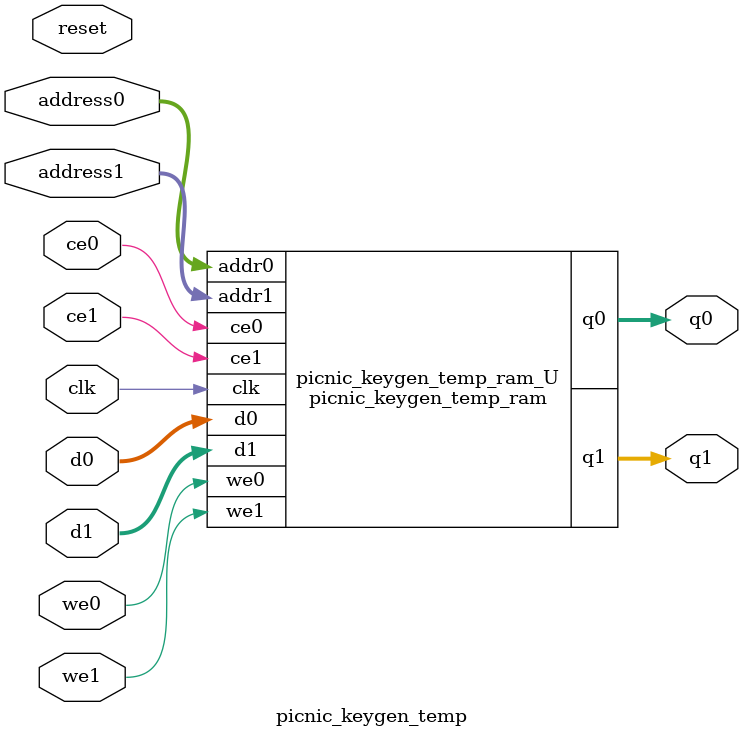
<source format=v>
`timescale 1 ns / 1 ps
module picnic_keygen_temp_ram (addr0, ce0, d0, we0, q0, addr1, ce1, d1, we1, q1,  clk);

parameter DWIDTH = 32;
parameter AWIDTH = 3;
parameter MEM_SIZE = 8;

input[AWIDTH-1:0] addr0;
input ce0;
input[DWIDTH-1:0] d0;
input we0;
output reg[DWIDTH-1:0] q0;
input[AWIDTH-1:0] addr1;
input ce1;
input[DWIDTH-1:0] d1;
input we1;
output reg[DWIDTH-1:0] q1;
input clk;

(* ram_style = "block" *)reg [DWIDTH-1:0] ram[0:MEM_SIZE-1];




always @(posedge clk)  
begin 
    if (ce0) begin
        if (we0) 
            ram[addr0] <= d0; 
        q0 <= ram[addr0];
    end
end


always @(posedge clk)  
begin 
    if (ce1) begin
        if (we1) 
            ram[addr1] <= d1; 
        q1 <= ram[addr1];
    end
end


endmodule

`timescale 1 ns / 1 ps
module picnic_keygen_temp(
    reset,
    clk,
    address0,
    ce0,
    we0,
    d0,
    q0,
    address1,
    ce1,
    we1,
    d1,
    q1);

parameter DataWidth = 32'd32;
parameter AddressRange = 32'd8;
parameter AddressWidth = 32'd3;
input reset;
input clk;
input[AddressWidth - 1:0] address0;
input ce0;
input we0;
input[DataWidth - 1:0] d0;
output[DataWidth - 1:0] q0;
input[AddressWidth - 1:0] address1;
input ce1;
input we1;
input[DataWidth - 1:0] d1;
output[DataWidth - 1:0] q1;



picnic_keygen_temp_ram picnic_keygen_temp_ram_U(
    .clk( clk ),
    .addr0( address0 ),
    .ce0( ce0 ),
    .we0( we0 ),
    .d0( d0 ),
    .q0( q0 ),
    .addr1( address1 ),
    .ce1( ce1 ),
    .we1( we1 ),
    .d1( d1 ),
    .q1( q1 ));

endmodule


</source>
